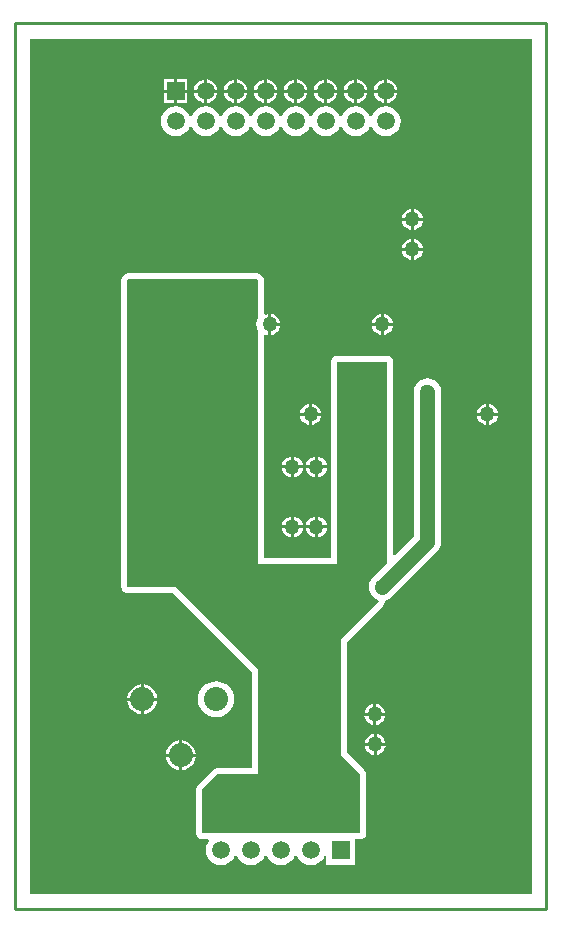
<source format=gbl>
G04*
G04 #@! TF.GenerationSoftware,Altium Limited,Altium Designer,18.1.6 (161)*
G04*
G04 Layer_Physical_Order=2*
G04 Layer_Color=16711680*
%FSLAX24Y24*%
%MOIN*%
G70*
G01*
G75*
%ADD10C,0.0100*%
%ADD38C,0.0500*%
%ADD44R,0.0591X0.0591*%
%ADD45C,0.0591*%
%ADD46C,0.0800*%
%ADD47C,0.0500*%
G36*
X17250Y500D02*
X500D01*
Y29000D01*
X17250D01*
Y500D01*
D02*
G37*
%LPC*%
G36*
X12408Y27664D02*
Y27322D01*
X12750D01*
X12743Y27375D01*
X12704Y27471D01*
X12640Y27554D01*
X12558Y27617D01*
X12461Y27657D01*
X12408Y27664D01*
D02*
G37*
G36*
X12308D02*
X12255Y27657D01*
X12159Y27617D01*
X12076Y27554D01*
X12013Y27471D01*
X11973Y27375D01*
X11966Y27322D01*
X12308D01*
Y27664D01*
D02*
G37*
G36*
X11408D02*
Y27322D01*
X11750D01*
X11743Y27375D01*
X11704Y27471D01*
X11640Y27554D01*
X11558Y27617D01*
X11461Y27657D01*
X11408Y27664D01*
D02*
G37*
G36*
X11308D02*
X11255Y27657D01*
X11159Y27617D01*
X11076Y27554D01*
X11013Y27471D01*
X10973Y27375D01*
X10966Y27322D01*
X11308D01*
Y27664D01*
D02*
G37*
G36*
X10408D02*
Y27322D01*
X10750D01*
X10743Y27375D01*
X10704Y27471D01*
X10640Y27554D01*
X10558Y27617D01*
X10461Y27657D01*
X10408Y27664D01*
D02*
G37*
G36*
X10308D02*
X10255Y27657D01*
X10159Y27617D01*
X10076Y27554D01*
X10013Y27471D01*
X9973Y27375D01*
X9966Y27322D01*
X10308D01*
Y27664D01*
D02*
G37*
G36*
X9408D02*
Y27322D01*
X9750D01*
X9743Y27375D01*
X9704Y27471D01*
X9640Y27554D01*
X9558Y27617D01*
X9461Y27657D01*
X9408Y27664D01*
D02*
G37*
G36*
X9308D02*
X9255Y27657D01*
X9159Y27617D01*
X9076Y27554D01*
X9013Y27471D01*
X8973Y27375D01*
X8966Y27322D01*
X9308D01*
Y27664D01*
D02*
G37*
G36*
X8408D02*
Y27322D01*
X8750D01*
X8743Y27375D01*
X8704Y27471D01*
X8640Y27554D01*
X8558Y27617D01*
X8461Y27657D01*
X8408Y27664D01*
D02*
G37*
G36*
X8308D02*
X8255Y27657D01*
X8159Y27617D01*
X8076Y27554D01*
X8013Y27471D01*
X7973Y27375D01*
X7966Y27322D01*
X8308D01*
Y27664D01*
D02*
G37*
G36*
X7408D02*
Y27322D01*
X7750D01*
X7743Y27375D01*
X7704Y27471D01*
X7640Y27554D01*
X7558Y27617D01*
X7461Y27657D01*
X7408Y27664D01*
D02*
G37*
G36*
X7308D02*
X7255Y27657D01*
X7159Y27617D01*
X7076Y27554D01*
X7013Y27471D01*
X6973Y27375D01*
X6966Y27322D01*
X7308D01*
Y27664D01*
D02*
G37*
G36*
X6408D02*
Y27322D01*
X6750D01*
X6743Y27375D01*
X6704Y27471D01*
X6640Y27554D01*
X6558Y27617D01*
X6461Y27657D01*
X6408Y27664D01*
D02*
G37*
G36*
X6308D02*
X6255Y27657D01*
X6159Y27617D01*
X6076Y27554D01*
X6013Y27471D01*
X5973Y27375D01*
X5966Y27322D01*
X6308D01*
Y27664D01*
D02*
G37*
G36*
X5754Y27667D02*
X5408D01*
Y27322D01*
X5754D01*
Y27667D01*
D02*
G37*
G36*
X5308D02*
X4963D01*
Y27322D01*
X5308D01*
Y27667D01*
D02*
G37*
G36*
X12750Y27222D02*
X12408D01*
Y26880D01*
X12461Y26887D01*
X12558Y26926D01*
X12640Y26990D01*
X12704Y27072D01*
X12743Y27168D01*
X12750Y27222D01*
D02*
G37*
G36*
X12308D02*
X11966D01*
X11973Y27168D01*
X12013Y27072D01*
X12076Y26990D01*
X12159Y26926D01*
X12255Y26887D01*
X12308Y26880D01*
Y27222D01*
D02*
G37*
G36*
X11750D02*
X11408D01*
Y26880D01*
X11461Y26887D01*
X11558Y26926D01*
X11640Y26990D01*
X11704Y27072D01*
X11743Y27168D01*
X11750Y27222D01*
D02*
G37*
G36*
X11308D02*
X10966D01*
X10973Y27168D01*
X11013Y27072D01*
X11076Y26990D01*
X11159Y26926D01*
X11255Y26887D01*
X11308Y26880D01*
Y27222D01*
D02*
G37*
G36*
X10750D02*
X10408D01*
Y26880D01*
X10461Y26887D01*
X10558Y26926D01*
X10640Y26990D01*
X10704Y27072D01*
X10743Y27168D01*
X10750Y27222D01*
D02*
G37*
G36*
X10308D02*
X9966D01*
X9973Y27168D01*
X10013Y27072D01*
X10076Y26990D01*
X10159Y26926D01*
X10255Y26887D01*
X10308Y26880D01*
Y27222D01*
D02*
G37*
G36*
X9750D02*
X9408D01*
Y26880D01*
X9461Y26887D01*
X9558Y26926D01*
X9640Y26990D01*
X9704Y27072D01*
X9743Y27168D01*
X9750Y27222D01*
D02*
G37*
G36*
X9308D02*
X8966D01*
X8973Y27168D01*
X9013Y27072D01*
X9076Y26990D01*
X9159Y26926D01*
X9255Y26887D01*
X9308Y26880D01*
Y27222D01*
D02*
G37*
G36*
X8750D02*
X8408D01*
Y26880D01*
X8461Y26887D01*
X8558Y26926D01*
X8640Y26990D01*
X8704Y27072D01*
X8743Y27168D01*
X8750Y27222D01*
D02*
G37*
G36*
X8308D02*
X7966D01*
X7973Y27168D01*
X8013Y27072D01*
X8076Y26990D01*
X8159Y26926D01*
X8255Y26887D01*
X8308Y26880D01*
Y27222D01*
D02*
G37*
G36*
X7750D02*
X7408D01*
Y26880D01*
X7461Y26887D01*
X7558Y26926D01*
X7640Y26990D01*
X7704Y27072D01*
X7743Y27168D01*
X7750Y27222D01*
D02*
G37*
G36*
X7308D02*
X6966D01*
X6973Y27168D01*
X7013Y27072D01*
X7076Y26990D01*
X7159Y26926D01*
X7255Y26887D01*
X7308Y26880D01*
Y27222D01*
D02*
G37*
G36*
X6750D02*
X6408D01*
Y26880D01*
X6461Y26887D01*
X6558Y26926D01*
X6640Y26990D01*
X6704Y27072D01*
X6743Y27168D01*
X6750Y27222D01*
D02*
G37*
G36*
X6308D02*
X5966D01*
X5973Y27168D01*
X6013Y27072D01*
X6076Y26990D01*
X6159Y26926D01*
X6255Y26887D01*
X6308Y26880D01*
Y27222D01*
D02*
G37*
G36*
X5754D02*
X5408D01*
Y26876D01*
X5754D01*
Y27222D01*
D02*
G37*
G36*
X5308D02*
X4963D01*
Y26876D01*
X5308D01*
Y27222D01*
D02*
G37*
G36*
X12358Y26771D02*
X12229Y26754D01*
X12108Y26704D01*
X12005Y26625D01*
X11926Y26521D01*
X11885Y26424D01*
X11831D01*
X11791Y26521D01*
X11711Y26625D01*
X11608Y26704D01*
X11488Y26754D01*
X11358Y26771D01*
X11229Y26754D01*
X11108Y26704D01*
X11005Y26625D01*
X10926Y26521D01*
X10885Y26424D01*
X10831D01*
X10791Y26521D01*
X10711Y26625D01*
X10608Y26704D01*
X10488Y26754D01*
X10358Y26771D01*
X10229Y26754D01*
X10108Y26704D01*
X10005Y26625D01*
X9926Y26521D01*
X9885Y26424D01*
X9831D01*
X9791Y26521D01*
X9711Y26625D01*
X9608Y26704D01*
X9488Y26754D01*
X9358Y26771D01*
X9229Y26754D01*
X9108Y26704D01*
X9005Y26625D01*
X8926Y26521D01*
X8885Y26424D01*
X8831D01*
X8791Y26521D01*
X8712Y26625D01*
X8608Y26704D01*
X8488Y26754D01*
X8358Y26771D01*
X8229Y26754D01*
X8108Y26704D01*
X8005Y26625D01*
X7926Y26521D01*
X7885Y26424D01*
X7831D01*
X7791Y26521D01*
X7711Y26625D01*
X7608Y26704D01*
X7488Y26754D01*
X7358Y26771D01*
X7229Y26754D01*
X7108Y26704D01*
X7005Y26625D01*
X6926Y26521D01*
X6885Y26424D01*
X6831D01*
X6791Y26521D01*
X6712Y26625D01*
X6608Y26704D01*
X6488Y26754D01*
X6358Y26771D01*
X6229Y26754D01*
X6108Y26704D01*
X6005Y26625D01*
X5926Y26521D01*
X5885Y26424D01*
X5831D01*
X5791Y26521D01*
X5712Y26625D01*
X5608Y26704D01*
X5488Y26754D01*
X5358Y26771D01*
X5229Y26754D01*
X5108Y26704D01*
X5005Y26625D01*
X4926Y26521D01*
X4876Y26401D01*
X4859Y26272D01*
X4876Y26142D01*
X4926Y26022D01*
X5005Y25918D01*
X5108Y25839D01*
X5229Y25789D01*
X5358Y25772D01*
X5488Y25789D01*
X5608Y25839D01*
X5712Y25918D01*
X5791Y26022D01*
X5831Y26119D01*
X5885D01*
X5926Y26022D01*
X6005Y25918D01*
X6108Y25839D01*
X6229Y25789D01*
X6358Y25772D01*
X6488Y25789D01*
X6608Y25839D01*
X6712Y25918D01*
X6791Y26022D01*
X6831Y26119D01*
X6885D01*
X6926Y26022D01*
X7005Y25918D01*
X7108Y25839D01*
X7229Y25789D01*
X7358Y25772D01*
X7488Y25789D01*
X7608Y25839D01*
X7711Y25918D01*
X7791Y26022D01*
X7831Y26119D01*
X7885D01*
X7926Y26022D01*
X8005Y25918D01*
X8108Y25839D01*
X8229Y25789D01*
X8358Y25772D01*
X8488Y25789D01*
X8608Y25839D01*
X8712Y25918D01*
X8791Y26022D01*
X8831Y26119D01*
X8885D01*
X8926Y26022D01*
X9005Y25918D01*
X9108Y25839D01*
X9229Y25789D01*
X9358Y25772D01*
X9488Y25789D01*
X9608Y25839D01*
X9711Y25918D01*
X9791Y26022D01*
X9831Y26119D01*
X9885D01*
X9926Y26022D01*
X10005Y25918D01*
X10108Y25839D01*
X10229Y25789D01*
X10358Y25772D01*
X10488Y25789D01*
X10608Y25839D01*
X10711Y25918D01*
X10791Y26022D01*
X10831Y26119D01*
X10885D01*
X10926Y26022D01*
X11005Y25918D01*
X11108Y25839D01*
X11229Y25789D01*
X11358Y25772D01*
X11488Y25789D01*
X11608Y25839D01*
X11711Y25918D01*
X11791Y26022D01*
X11831Y26119D01*
X11885D01*
X11926Y26022D01*
X12005Y25918D01*
X12108Y25839D01*
X12229Y25789D01*
X12358Y25772D01*
X12488Y25789D01*
X12608Y25839D01*
X12711Y25918D01*
X12791Y26022D01*
X12841Y26142D01*
X12858Y26272D01*
X12841Y26401D01*
X12791Y26521D01*
X12711Y26625D01*
X12608Y26704D01*
X12488Y26754D01*
X12358Y26771D01*
D02*
G37*
G36*
X13300Y23346D02*
Y23050D01*
X13596D01*
X13591Y23091D01*
X13556Y23177D01*
X13500Y23250D01*
X13427Y23306D01*
X13341Y23341D01*
X13300Y23346D01*
D02*
G37*
G36*
X13200D02*
X13159Y23341D01*
X13073Y23306D01*
X13000Y23250D01*
X12944Y23177D01*
X12909Y23091D01*
X12904Y23050D01*
X13200D01*
Y23346D01*
D02*
G37*
G36*
X13596Y22950D02*
X13300D01*
Y22654D01*
X13341Y22659D01*
X13427Y22694D01*
X13500Y22750D01*
X13556Y22823D01*
X13591Y22909D01*
X13596Y22950D01*
D02*
G37*
G36*
X13200D02*
X12904D01*
X12909Y22909D01*
X12944Y22823D01*
X13000Y22750D01*
X13073Y22694D01*
X13159Y22659D01*
X13200Y22654D01*
Y22950D01*
D02*
G37*
G36*
X13300Y22346D02*
Y22050D01*
X13596D01*
X13591Y22091D01*
X13556Y22177D01*
X13500Y22250D01*
X13427Y22306D01*
X13341Y22341D01*
X13300Y22346D01*
D02*
G37*
G36*
X13200D02*
X13159Y22341D01*
X13073Y22306D01*
X13000Y22250D01*
X12944Y22177D01*
X12909Y22091D01*
X12904Y22050D01*
X13200D01*
Y22346D01*
D02*
G37*
G36*
X13596Y21950D02*
X13300D01*
Y21654D01*
X13341Y21659D01*
X13427Y21694D01*
X13500Y21750D01*
X13556Y21823D01*
X13591Y21909D01*
X13596Y21950D01*
D02*
G37*
G36*
X13200D02*
X12904D01*
X12909Y21909D01*
X12944Y21823D01*
X13000Y21750D01*
X13073Y21694D01*
X13159Y21659D01*
X13200Y21654D01*
Y21950D01*
D02*
G37*
G36*
X8073Y21204D02*
X8073Y21204D01*
X8073Y21204D01*
X3784D01*
X3784Y21204D01*
X3784Y21204D01*
X3744Y21196D01*
X3706Y21188D01*
X3706Y21188D01*
X3706Y21188D01*
X3674Y21167D01*
X3640Y21144D01*
X3640Y21144D01*
X3639Y21144D01*
X3604Y21109D01*
X3604Y21109D01*
X3604Y21109D01*
X3579Y21071D01*
X3560Y21043D01*
X3560Y21043D01*
X3560Y21043D01*
X3552Y21002D01*
X3544Y20965D01*
X3544Y20965D01*
X3544Y20965D01*
X3548Y10750D01*
X3556Y10711D01*
X3563Y10672D01*
X3563Y10672D01*
X3563Y10672D01*
X3586Y10639D01*
X3608Y10606D01*
X3608Y10606D01*
X3608Y10606D01*
X3641Y10584D01*
X3674Y10562D01*
X3674Y10562D01*
X3674Y10562D01*
X3713Y10554D01*
X3752Y10546D01*
X5274D01*
X7904Y7916D01*
Y4704D01*
X6750D01*
X6672Y4688D01*
X6606Y4644D01*
X6106Y4144D01*
X6062Y4078D01*
X6046Y4000D01*
Y2536D01*
X6062Y2458D01*
X6106Y2392D01*
X6172Y2347D01*
X6250Y2332D01*
X6450D01*
X6475Y2282D01*
X6426Y2218D01*
X6376Y2098D01*
X6359Y1969D01*
X6376Y1839D01*
X6426Y1719D01*
X6505Y1615D01*
X6608Y1536D01*
X6729Y1486D01*
X6858Y1469D01*
X6988Y1486D01*
X7108Y1536D01*
X7211Y1615D01*
X7291Y1719D01*
X7331Y1816D01*
X7385D01*
X7426Y1719D01*
X7505Y1615D01*
X7608Y1536D01*
X7729Y1486D01*
X7858Y1469D01*
X7988Y1486D01*
X8108Y1536D01*
X8212Y1615D01*
X8291Y1719D01*
X8331Y1816D01*
X8385D01*
X8426Y1719D01*
X8505Y1615D01*
X8608Y1536D01*
X8729Y1486D01*
X8858Y1469D01*
X8988Y1486D01*
X9108Y1536D01*
X9212Y1615D01*
X9291Y1719D01*
X9331Y1816D01*
X9385D01*
X9426Y1719D01*
X9505Y1615D01*
X9608Y1536D01*
X9729Y1486D01*
X9858Y1469D01*
X9988Y1486D01*
X10108Y1536D01*
X10211Y1615D01*
X10291Y1719D01*
X10313Y1772D01*
X10363Y1762D01*
Y1473D01*
X11354D01*
Y2332D01*
X11500D01*
X11578Y2347D01*
X11644Y2392D01*
X11688Y2458D01*
X11704Y2536D01*
Y4500D01*
X11688Y4578D01*
X11644Y4644D01*
X11062Y5226D01*
Y8916D01*
X12268Y10121D01*
X12282Y10143D01*
X12300Y10163D01*
X12304Y10176D01*
X12312Y10187D01*
X12317Y10213D01*
X12326Y10238D01*
X12325Y10252D01*
X12328Y10265D01*
X12365Y10311D01*
X12367Y10312D01*
X12477Y10357D01*
X12571Y10429D01*
X14071Y11929D01*
X14143Y12023D01*
X14188Y12133D01*
X14204Y12250D01*
Y17250D01*
X14188Y17367D01*
X14143Y17477D01*
X14071Y17571D01*
X13977Y17643D01*
X13867Y17688D01*
X13750Y17704D01*
X13633Y17688D01*
X13523Y17643D01*
X13429Y17571D01*
X13357Y17477D01*
X13312Y17367D01*
X13296Y17250D01*
Y12438D01*
X12658Y11800D01*
X12612Y11819D01*
Y18250D01*
X12597Y18328D01*
X12552Y18394D01*
X12486Y18438D01*
X12408Y18454D01*
X10750D01*
X10672Y18438D01*
X10606Y18394D01*
X10562Y18328D01*
X10546Y18250D01*
Y11704D01*
X8347D01*
X8312Y11739D01*
X8313Y19145D01*
X8363Y19178D01*
X8409Y19159D01*
X8450Y19154D01*
Y19500D01*
Y19846D01*
X8409Y19841D01*
X8363Y19822D01*
X8313Y19855D01*
X8313Y20965D01*
X8313Y20965D01*
X8313Y20965D01*
X8305Y21003D01*
X8297Y21043D01*
X8297Y21043D01*
X8297Y21043D01*
X8275Y21076D01*
X8253Y21109D01*
X8253Y21109D01*
X8253Y21109D01*
X8218Y21144D01*
X8218Y21144D01*
X8218Y21144D01*
X8187Y21164D01*
X8151Y21188D01*
X8151Y21188D01*
X8151Y21188D01*
X8117Y21195D01*
X8073Y21204D01*
D02*
G37*
G36*
X12300Y19846D02*
Y19550D01*
X12596D01*
X12591Y19591D01*
X12556Y19677D01*
X12500Y19750D01*
X12427Y19806D01*
X12341Y19841D01*
X12300Y19846D01*
D02*
G37*
G36*
X12200D02*
X12159Y19841D01*
X12073Y19806D01*
X12000Y19750D01*
X11944Y19677D01*
X11909Y19591D01*
X11904Y19550D01*
X12200D01*
Y19846D01*
D02*
G37*
G36*
X8550D02*
Y19550D01*
X8846D01*
X8841Y19591D01*
X8806Y19677D01*
X8750Y19750D01*
X8677Y19806D01*
X8591Y19841D01*
X8550Y19846D01*
D02*
G37*
G36*
X12596Y19450D02*
X12300D01*
Y19154D01*
X12341Y19159D01*
X12427Y19194D01*
X12500Y19250D01*
X12556Y19323D01*
X12591Y19409D01*
X12596Y19450D01*
D02*
G37*
G36*
X12200D02*
X11904D01*
X11909Y19409D01*
X11944Y19323D01*
X12000Y19250D01*
X12073Y19194D01*
X12159Y19159D01*
X12200Y19154D01*
Y19450D01*
D02*
G37*
G36*
X8846D02*
X8550D01*
Y19154D01*
X8591Y19159D01*
X8677Y19194D01*
X8750Y19250D01*
X8806Y19323D01*
X8841Y19409D01*
X8846Y19450D01*
D02*
G37*
G36*
X15800Y16846D02*
Y16550D01*
X16096D01*
X16091Y16591D01*
X16056Y16677D01*
X16000Y16750D01*
X15927Y16806D01*
X15841Y16841D01*
X15800Y16846D01*
D02*
G37*
G36*
X15700D02*
X15659Y16841D01*
X15573Y16806D01*
X15500Y16750D01*
X15444Y16677D01*
X15409Y16591D01*
X15404Y16550D01*
X15700D01*
Y16846D01*
D02*
G37*
G36*
X9908D02*
Y16550D01*
X10205D01*
X10199Y16591D01*
X10164Y16677D01*
X10108Y16750D01*
X10035Y16806D01*
X9950Y16841D01*
X9908Y16846D01*
D02*
G37*
G36*
X9808D02*
X9767Y16841D01*
X9682Y16806D01*
X9609Y16750D01*
X9553Y16677D01*
X9517Y16591D01*
X9512Y16550D01*
X9808D01*
Y16846D01*
D02*
G37*
G36*
X16096Y16450D02*
X15800D01*
Y16154D01*
X15841Y16159D01*
X15927Y16194D01*
X16000Y16250D01*
X16056Y16323D01*
X16091Y16409D01*
X16096Y16450D01*
D02*
G37*
G36*
X15700D02*
X15404D01*
X15409Y16409D01*
X15444Y16323D01*
X15500Y16250D01*
X15573Y16194D01*
X15659Y16159D01*
X15700Y16154D01*
Y16450D01*
D02*
G37*
G36*
X10205D02*
X9908D01*
Y16154D01*
X9950Y16159D01*
X10035Y16194D01*
X10108Y16250D01*
X10164Y16323D01*
X10199Y16409D01*
X10205Y16450D01*
D02*
G37*
G36*
X9808D02*
X9512D01*
X9517Y16409D01*
X9553Y16323D01*
X9609Y16250D01*
X9682Y16194D01*
X9767Y16159D01*
X9808Y16154D01*
Y16450D01*
D02*
G37*
G36*
X10100Y15096D02*
Y14800D01*
X10396D01*
X10391Y14841D01*
X10356Y14927D01*
X10300Y15000D01*
X10227Y15056D01*
X10141Y15091D01*
X10100Y15096D01*
D02*
G37*
G36*
X10000D02*
X9959Y15091D01*
X9873Y15056D01*
X9800Y15000D01*
X9744Y14927D01*
X9709Y14841D01*
X9704Y14800D01*
X10000D01*
Y15096D01*
D02*
G37*
G36*
X9300D02*
Y14800D01*
X9596D01*
X9591Y14841D01*
X9556Y14927D01*
X9500Y15000D01*
X9427Y15056D01*
X9341Y15091D01*
X9300Y15096D01*
D02*
G37*
G36*
X9200D02*
X9159Y15091D01*
X9073Y15056D01*
X9000Y15000D01*
X8944Y14927D01*
X8909Y14841D01*
X8904Y14800D01*
X9200D01*
Y15096D01*
D02*
G37*
G36*
X10396Y14700D02*
X10100D01*
Y14404D01*
X10141Y14409D01*
X10227Y14444D01*
X10300Y14500D01*
X10356Y14573D01*
X10391Y14659D01*
X10396Y14700D01*
D02*
G37*
G36*
X10000D02*
X9704D01*
X9709Y14659D01*
X9744Y14573D01*
X9800Y14500D01*
X9873Y14444D01*
X9959Y14409D01*
X10000Y14404D01*
Y14700D01*
D02*
G37*
G36*
X9596D02*
X9300D01*
Y14404D01*
X9341Y14409D01*
X9427Y14444D01*
X9500Y14500D01*
X9556Y14573D01*
X9591Y14659D01*
X9596Y14700D01*
D02*
G37*
G36*
X9200D02*
X8904D01*
X8909Y14659D01*
X8944Y14573D01*
X9000Y14500D01*
X9073Y14444D01*
X9159Y14409D01*
X9200Y14404D01*
Y14700D01*
D02*
G37*
G36*
X10100Y13096D02*
Y12800D01*
X10396D01*
X10391Y12841D01*
X10356Y12927D01*
X10300Y13000D01*
X10227Y13056D01*
X10141Y13091D01*
X10100Y13096D01*
D02*
G37*
G36*
X10000D02*
X9959Y13091D01*
X9873Y13056D01*
X9800Y13000D01*
X9744Y12927D01*
X9709Y12841D01*
X9704Y12800D01*
X10000D01*
Y13096D01*
D02*
G37*
G36*
X9300D02*
Y12800D01*
X9596D01*
X9591Y12841D01*
X9556Y12927D01*
X9500Y13000D01*
X9427Y13056D01*
X9341Y13091D01*
X9300Y13096D01*
D02*
G37*
G36*
X9200D02*
X9159Y13091D01*
X9073Y13056D01*
X9000Y13000D01*
X8944Y12927D01*
X8909Y12841D01*
X8904Y12800D01*
X9200D01*
Y13096D01*
D02*
G37*
G36*
X10396Y12700D02*
X10100D01*
Y12404D01*
X10141Y12409D01*
X10227Y12444D01*
X10300Y12500D01*
X10356Y12573D01*
X10391Y12659D01*
X10396Y12700D01*
D02*
G37*
G36*
X10000D02*
X9704D01*
X9709Y12659D01*
X9744Y12573D01*
X9800Y12500D01*
X9873Y12444D01*
X9959Y12409D01*
X10000Y12404D01*
Y12700D01*
D02*
G37*
G36*
X9596D02*
X9300D01*
Y12404D01*
X9341Y12409D01*
X9427Y12444D01*
X9500Y12500D01*
X9556Y12573D01*
X9591Y12659D01*
X9596Y12700D01*
D02*
G37*
G36*
X9200D02*
X8904D01*
X8909Y12659D01*
X8944Y12573D01*
X9000Y12500D01*
X9073Y12444D01*
X9159Y12409D01*
X9200Y12404D01*
Y12700D01*
D02*
G37*
G36*
X4300Y7498D02*
Y7050D01*
X4748D01*
X4737Y7131D01*
X4687Y7252D01*
X4607Y7357D01*
X4502Y7437D01*
X4381Y7487D01*
X4300Y7498D01*
D02*
G37*
G36*
X4200Y7498D02*
X4119Y7487D01*
X3998Y7437D01*
X3893Y7357D01*
X3813Y7252D01*
X3763Y7131D01*
X3752Y7050D01*
X4200D01*
Y7498D01*
D02*
G37*
G36*
X12050Y6846D02*
Y6550D01*
X12346D01*
X12341Y6591D01*
X12306Y6677D01*
X12250Y6750D01*
X12177Y6806D01*
X12091Y6841D01*
X12050Y6846D01*
D02*
G37*
G36*
X11950D02*
X11909Y6841D01*
X11823Y6806D01*
X11750Y6750D01*
X11694Y6677D01*
X11659Y6591D01*
X11654Y6550D01*
X11950D01*
Y6846D01*
D02*
G37*
G36*
X4748Y6950D02*
X4300D01*
Y6502D01*
X4381Y6513D01*
X4502Y6563D01*
X4607Y6643D01*
X4687Y6748D01*
X4737Y6869D01*
X4748Y6950D01*
D02*
G37*
G36*
X4200D02*
X3752D01*
X3763Y6869D01*
X3813Y6748D01*
X3893Y6643D01*
X3998Y6563D01*
X4119Y6513D01*
X4200Y6502D01*
Y6950D01*
D02*
G37*
G36*
X6711Y7603D02*
X6593Y7591D01*
X6480Y7557D01*
X6376Y7501D01*
X6284Y7426D01*
X6209Y7335D01*
X6153Y7231D01*
X6119Y7118D01*
X6108Y7000D01*
X6119Y6882D01*
X6153Y6769D01*
X6209Y6665D01*
X6284Y6574D01*
X6376Y6499D01*
X6480Y6443D01*
X6593Y6409D01*
X6711Y6397D01*
X6828Y6409D01*
X6941Y6443D01*
X7045Y6499D01*
X7137Y6574D01*
X7212Y6665D01*
X7268Y6769D01*
X7302Y6882D01*
X7313Y7000D01*
X7302Y7118D01*
X7268Y7231D01*
X7212Y7335D01*
X7137Y7426D01*
X7045Y7501D01*
X6941Y7557D01*
X6828Y7591D01*
X6711Y7603D01*
D02*
G37*
G36*
X12346Y6450D02*
X12050D01*
Y6154D01*
X12091Y6159D01*
X12177Y6194D01*
X12250Y6250D01*
X12306Y6323D01*
X12341Y6409D01*
X12346Y6450D01*
D02*
G37*
G36*
X11950D02*
X11654D01*
X11659Y6409D01*
X11694Y6323D01*
X11750Y6250D01*
X11823Y6194D01*
X11909Y6159D01*
X11950Y6154D01*
Y6450D01*
D02*
G37*
G36*
X12058Y5846D02*
Y5550D01*
X12355D01*
X12349Y5591D01*
X12314Y5677D01*
X12258Y5750D01*
X12185Y5806D01*
X12100Y5841D01*
X12058Y5846D01*
D02*
G37*
G36*
X11958D02*
X11917Y5841D01*
X11832Y5806D01*
X11759Y5750D01*
X11703Y5677D01*
X11667Y5591D01*
X11662Y5550D01*
X11958D01*
Y5846D01*
D02*
G37*
G36*
X5580Y5628D02*
Y5180D01*
X6027D01*
X6017Y5261D01*
X5966Y5382D01*
X5886Y5487D01*
X5782Y5567D01*
X5660Y5617D01*
X5580Y5628D01*
D02*
G37*
G36*
X5480Y5628D02*
X5399Y5617D01*
X5277Y5567D01*
X5173Y5487D01*
X5093Y5382D01*
X5042Y5261D01*
X5032Y5180D01*
X5480D01*
Y5628D01*
D02*
G37*
G36*
X12355Y5450D02*
X12058D01*
Y5154D01*
X12100Y5159D01*
X12185Y5194D01*
X12258Y5250D01*
X12314Y5323D01*
X12349Y5409D01*
X12355Y5450D01*
D02*
G37*
G36*
X11958D02*
X11662D01*
X11667Y5409D01*
X11703Y5323D01*
X11759Y5250D01*
X11832Y5194D01*
X11917Y5159D01*
X11958Y5154D01*
Y5450D01*
D02*
G37*
G36*
X5480Y5080D02*
X5032D01*
X5042Y4999D01*
X5093Y4878D01*
X5173Y4773D01*
X5277Y4693D01*
X5399Y4643D01*
X5480Y4632D01*
Y5080D01*
D02*
G37*
G36*
X6027D02*
X5580D01*
Y4632D01*
X5660Y4643D01*
X5782Y4693D01*
X5886Y4773D01*
X5966Y4878D01*
X6017Y4999D01*
X6027Y5080D01*
D02*
G37*
%LPD*%
G36*
X8109Y20965D02*
X8109Y19729D01*
X8107Y19727D01*
X8062Y19617D01*
X8046Y19500D01*
X8062Y19383D01*
X8107Y19273D01*
X8109Y19271D01*
X8108Y11500D01*
X10750D01*
Y18250D01*
X12408D01*
Y11550D01*
X11929Y11071D01*
X11857Y10977D01*
X11812Y10867D01*
X11796Y10750D01*
X11812Y10633D01*
X11857Y10523D01*
X11929Y10429D01*
X12023Y10357D01*
X12109Y10321D01*
X12124Y10265D01*
X10858Y9000D01*
Y5142D01*
X11500Y4500D01*
Y2536D01*
X6250D01*
Y4000D01*
X6750Y4500D01*
X8108D01*
Y8000D01*
X5358Y10750D01*
X3752D01*
X3748Y20965D01*
X3784Y21000D01*
X8073D01*
X8109Y20965D01*
D02*
G37*
D10*
X0Y0D02*
X17717D01*
Y29528D01*
X0D02*
X17717D01*
X0Y0D02*
Y29528D01*
D38*
X13750Y12250D02*
Y17250D01*
X12250Y10750D02*
X13750Y12250D01*
D44*
X5358Y27272D02*
D03*
X10858Y1969D02*
D03*
D45*
X5358Y26272D02*
D03*
X6358Y27272D02*
D03*
Y26272D02*
D03*
X7358Y27272D02*
D03*
Y26272D02*
D03*
X8358Y27272D02*
D03*
Y26272D02*
D03*
X9358Y27272D02*
D03*
Y26272D02*
D03*
X10358Y27272D02*
D03*
Y26272D02*
D03*
X11358Y27272D02*
D03*
Y26272D02*
D03*
X12358Y27272D02*
D03*
Y26272D02*
D03*
X10858Y2968D02*
D03*
X9858Y1969D02*
D03*
Y2968D02*
D03*
X8858Y1969D02*
D03*
Y2968D02*
D03*
X7858Y1969D02*
D03*
Y2968D02*
D03*
X6858Y1969D02*
D03*
Y2968D02*
D03*
D46*
X5530Y5130D02*
D03*
X4250Y7000D02*
D03*
X6711D02*
D03*
D47*
X12250Y10750D02*
D03*
X13750Y17250D02*
D03*
X8500Y19500D02*
D03*
X12250D02*
D03*
X13250Y23000D02*
D03*
Y22000D02*
D03*
X12000Y17500D02*
D03*
X8250Y11000D02*
D03*
X10858D02*
D03*
X12000Y15750D02*
D03*
X4250Y20500D02*
D03*
Y19500D02*
D03*
X15750Y16500D02*
D03*
X9250Y12750D02*
D03*
X10050D02*
D03*
X9250Y14750D02*
D03*
X10050D02*
D03*
X9858Y16500D02*
D03*
X12000Y6500D02*
D03*
X12008Y5500D02*
D03*
M02*

</source>
